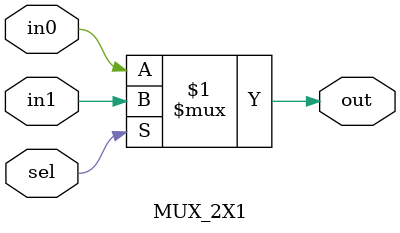
<source format=v>
module MUX_2X1(	// file.cleaned.mlir:2:3
  input  in0,	// file.cleaned.mlir:2:25
         in1,	// file.cleaned.mlir:2:39
         sel,	// file.cleaned.mlir:2:53
  output out	// file.cleaned.mlir:2:68
);

  assign out = sel ? in1 : in0;	// file.cleaned.mlir:3:10, :4:5
endmodule


</source>
